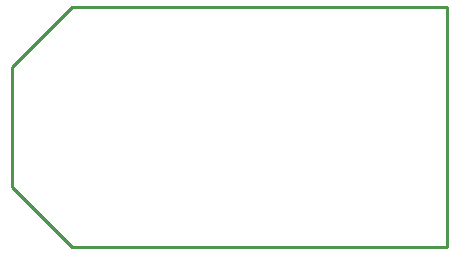
<source format=gbp>
G04 Layer_Color=16770453*
%FSAX24Y24*%
%MOIN*%
G70*
G01*
G75*
%ADD26C,0.0100*%
D26*
X-014500Y002000D02*
X-012500Y000000D01*
X000000D01*
Y008000D01*
X-012500D02*
X000000D01*
X-014500Y006000D02*
X-012500Y008000D01*
X-014500Y002000D02*
Y006000D01*
M02*

</source>
